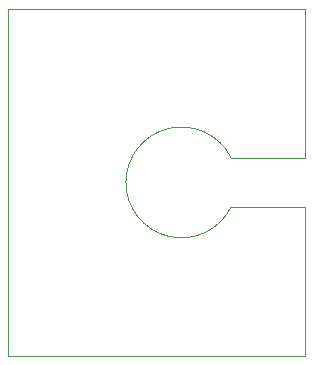
<source format=gbr>
%TF.GenerationSoftware,KiCad,Pcbnew,(5.1.9)-1*%
%TF.CreationDate,2021-08-13T09:26:12+01:00*%
%TF.ProjectId,k110-tail-mount,6b313130-2d74-4616-996c-2d6d6f756e74,rev?*%
%TF.SameCoordinates,Original*%
%TF.FileFunction,Profile,NP*%
%FSLAX46Y46*%
G04 Gerber Fmt 4.6, Leading zero omitted, Abs format (unit mm)*
G04 Created by KiCad (PCBNEW (5.1.9)-1) date 2021-08-13 09:26:12*
%MOMM*%
%LPD*%
G01*
G04 APERTURE LIST*
%TA.AperFunction,Profile*%
%ADD10C,0.050000*%
%TD*%
G04 APERTURE END LIST*
D10*
X115500000Y-92400000D02*
X109199999Y-92400000D01*
X109199999Y-88200001D02*
X115500000Y-88200000D01*
X115500000Y-105000000D02*
X115500000Y-92400000D01*
X115500000Y-75600000D02*
X115500000Y-88200000D01*
X90300000Y-105000000D02*
X90300000Y-75600000D01*
X115500000Y-105000000D02*
X90300000Y-105000000D01*
X90300000Y-75600000D02*
X115500000Y-75600000D01*
X109199998Y-92400000D02*
G75*
G02*
X109199999Y-88200001I-4199998J2100000D01*
G01*
M02*

</source>
